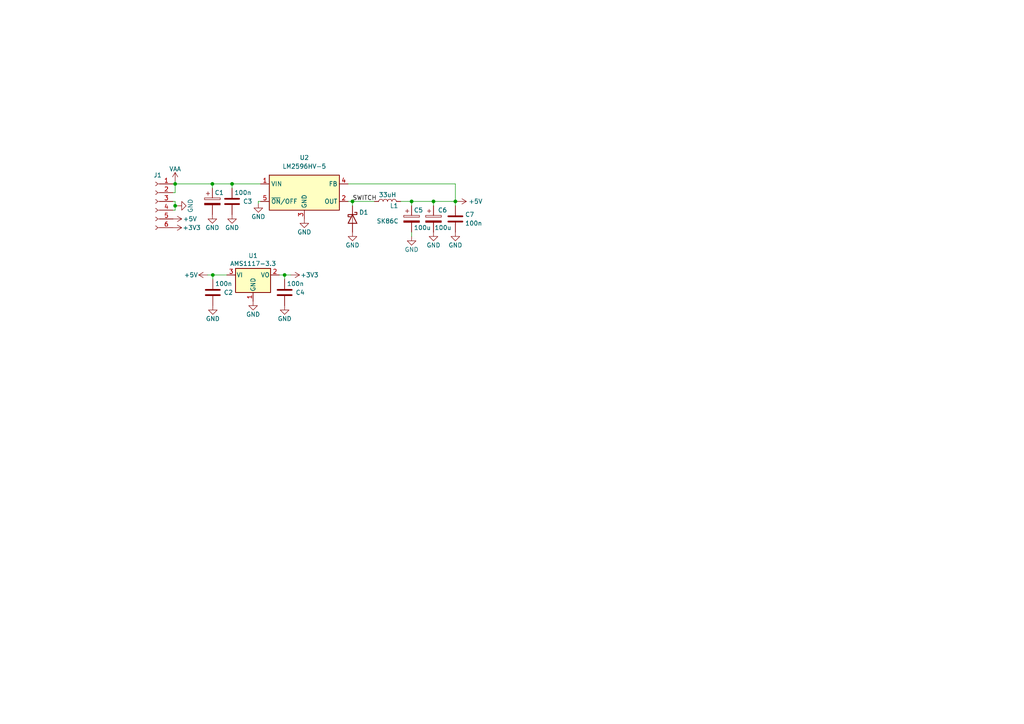
<source format=kicad_sch>
(kicad_sch (version 20211123) (generator eeschema)
  (paper "A4")
  (lib_symbols
    (symbol "Connector:Conn_01x06_Female" (pin_names (offset 1.016) hide)
      (property "Reference" "J" (at 0 7.62 0))
      (property "Value" "Conn_01x06_Female" (at 0 -10.16 0))
      (symbol "Conn_01x06_Female_1_1"
        (arc (start 0 -7.112) (mid -0.508 -7.62) (end 0 -8.128) (stroke (width 0.1524)))
        (arc (start 0 -4.572) (mid -0.508 -5.08) (end 0 -5.588) (stroke (width 0.1524)))
        (arc (start 0 -2.032) (mid -0.508 -2.54) (end 0 -3.048) (stroke (width 0.1524)))
        (polyline (pts (xy -1.27 -7.62) (xy -0.508 -7.62)) (stroke (width 0.1524)))
        (polyline (pts (xy -1.27 -5.08) (xy -0.508 -5.08)) (stroke (width 0.1524)))
        (polyline (pts (xy -1.27 -2.54) (xy -0.508 -2.54)) (stroke (width 0.1524)))
        (polyline (pts (xy -1.27 0) (xy -0.508 0)) (stroke (width 0.1524)))
        (polyline (pts (xy -1.27 2.54) (xy -0.508 2.54)) (stroke (width 0.1524)))
        (polyline (pts (xy -1.27 5.08) (xy -0.508 5.08)) (stroke (width 0.1524)))
        (arc (start 0 0.508) (mid -0.508 0) (end 0 -0.508) (stroke (width 0.1524)))
        (arc (start 0 3.048) (mid -0.508 2.54) (end 0 2.032) (stroke (width 0.1524)))
        (arc (start 0 5.588) (mid -0.508 5.08) (end 0 4.572) (stroke (width 0.1524)))
        (pin passive line (at -5.08 5.08 0) (length 3.81) (name "Pin_1") (number "1"))
        (pin passive line (at -5.08 2.54 0) (length 3.81) (name "Pin_2") (number "2"))
        (pin passive line (at -5.08 0 0) (length 3.81) (name "Pin_3") (number "3"))
        (pin passive line (at -5.08 -2.54 0) (length 3.81) (name "Pin_4") (number "4"))
        (pin passive line (at -5.08 -5.08 0) (length 3.81) (name "Pin_5") (number "5"))
        (pin passive line (at -5.08 -7.62 0) (length 3.81) (name "Pin_6") (number "6"))
      )
    )
    (symbol "Device:C" (pin_numbers hide) (pin_names (offset 0.254))
      (property "Reference" "C" (at 0.635 2.54 0))
      (property "Value" "C" (at 0.635 -2.54 0))
      (symbol "C_0_1"
        (polyline (pts (xy -2.032 -0.762) (xy 2.032 -0.762)) (stroke (width 0.508)))
        (polyline (pts (xy -2.032 0.762) (xy 2.032 0.762)) (stroke (width 0.508)))
      )
      (symbol "C_1_1"
        (pin passive line (at 0 3.81 270) (length 2.794) (name "~") (number "1"))
        (pin passive line (at 0 -3.81 90) (length 2.794) (name "~") (number "2"))
      )
    )
    (symbol "Device:C_Polarized" (pin_numbers hide) (pin_names (offset 0.254))
      (property "Reference" "C" (at 0.635 2.54 0))
      (property "Value" "C_Polarized" (at 0.635 -2.54 0))
      (symbol "C_Polarized_0_1"
        (rectangle (start -2.286 0.508) (end 2.286 1.016))
        (polyline (pts (xy -1.778 2.286) (xy -0.762 2.286)))
        (polyline (pts (xy -1.27 2.794) (xy -1.27 1.778)))
        (rectangle (start 2.286 -0.508) (end -2.286 -1.016) (fill (type outline)))
      )
      (symbol "C_Polarized_1_1"
        (pin passive line (at 0 3.81 270) (length 2.794) (name "~") (number "1"))
        (pin passive line (at 0 -3.81 90) (length 2.794) (name "~") (number "2"))
      )
    )
    (symbol "Device:L" (pin_numbers hide) (pin_names (offset 1.016) hide)
      (property "Reference" "L" (at -1.27 0 90))
      (property "Value" "L" (at 1.905 0 90))
      (symbol "L_0_1"
        (arc (start 0 -2.54) (mid 0.635 -1.905) (end 0 -1.27))
        (arc (start 0 -1.27) (mid 0.635 -0.635) (end 0 0))
        (arc (start 0 0) (mid 0.635 0.635) (end 0 1.27))
        (arc (start 0 1.27) (mid 0.635 1.905) (end 0 2.54))
      )
      (symbol "L_1_1"
        (pin passive line (at 0 3.81 270) (length 1.27) (name "1") (number "1"))
        (pin passive line (at 0 -3.81 90) (length 1.27) (name "2") (number "2"))
      )
    )
    (symbol "Diode:1N5822" (pin_numbers hide) (pin_names (offset 1.016) hide)
      (property "Reference" "D" (at 0 2.54 0))
      (property "Value" "1N5822" (at 0 -2.54 0))
      (symbol "1N5822_0_1"
        (polyline (pts (xy 1.27 0) (xy -1.27 0)))
        (polyline (pts (xy 1.27 1.27) (xy 1.27 -1.27) (xy -1.27 0) (xy 1.27 1.27)) (stroke (width 0.254)))
        (polyline (pts (xy -1.905 0.635) (xy -1.905 1.27) (xy -1.27 1.27) (xy -1.27 -1.27) (xy -0.635 -1.27) (xy -0.635 -0.635)) (stroke (width 0.254)))
      )
      (symbol "1N5822_1_1"
        (pin passive line (at -3.81 0 0) (length 2.54) (name "K") (number "1"))
        (pin passive line (at 3.81 0 180) (length 2.54) (name "A") (number "2"))
      )
    )
    (symbol "Regulator_Linear:AMS1117-3.3" (pin_names (offset 0.254))
      (property "Reference" "U" (at -3.81 3.175 0))
      (property "Value" "AMS1117-3.3" (at 0 3.175 0))
      (symbol "AMS1117-3.3_0_1"
        (rectangle (start -5.08 -5.08) (end 5.08 1.905) (stroke (width 0.254)) (fill (type background)))
      )
      (symbol "AMS1117-3.3_1_1"
        (pin power_in line (at 0 -7.62 90) (length 2.54) (name "GND") (number "1"))
        (pin power_out line (at 7.62 0 180) (length 2.54) (name "VO") (number "2"))
        (pin power_in line (at -7.62 0 0) (length 2.54) (name "VI") (number "3"))
      )
    )
    (symbol "Regulator_Switching:LM2596S-5"
      (property "Reference" "U" (at -10.16 6.35 0))
      (property "Value" "LM2596S-5" (at 0 6.35 0))
      (symbol "LM2596S-5_0_1"
        (rectangle (start -10.16 5.08) (end 10.16 -5.08) (stroke (width 0.254)) (fill (type background)))
      )
      (symbol "LM2596S-5_1_1"
        (pin power_in line (at -12.7 2.54 0) (length 2.54) (name "VIN") (number "1"))
        (pin output line (at 12.7 -2.54 180) (length 2.54) (name "OUT") (number "2"))
        (pin power_in line (at 0 -7.62 90) (length 2.54) (name "GND") (number "3"))
        (pin input line (at 12.7 2.54 180) (length 2.54) (name "FB") (number "4"))
        (pin input line (at -12.7 -2.54 0) (length 2.54) (name "~{ON}/OFF") (number "5"))
      )
    )
    (symbol "power:+3V3" (power) (pin_names (offset 0))
      (property "Value" "+3V3" (at 0 3.556 0))
      (symbol "+3V3_0_1"
        (polyline (pts (xy -0.762 1.27) (xy 0 2.54)))
        (polyline (pts (xy 0 0) (xy 0 2.54)))
        (polyline (pts (xy 0 2.54) (xy 0.762 1.27)))
      )
      (symbol "+3V3_1_1"
        (pin power_in line (at 0 0 90) (length 0) hide (name "+3V3") (number "1"))
      )
    )
    (symbol "power:+5V" (power) (pin_names (offset 0))
      (property "Value" "+5V" (at 0 3.556 0))
      (symbol "+5V_0_1"
        (polyline (pts (xy -0.762 1.27) (xy 0 2.54)))
        (polyline (pts (xy 0 0) (xy 0 2.54)))
        (polyline (pts (xy 0 2.54) (xy 0.762 1.27)))
      )
      (symbol "+5V_1_1"
        (pin power_in line (at 0 0 90) (length 0) hide (name "+5V") (number "1"))
      )
    )
    (symbol "power:GND" (power) (pin_names (offset 0))
      (property "Value" "GND" (at 0 -3.81 0))
      (symbol "GND_0_1"
        (polyline (pts (xy 0 0) (xy 0 -1.27) (xy 1.27 -1.27) (xy 0 -2.54) (xy -1.27 -1.27) (xy 0 -1.27)))
      )
      (symbol "GND_1_1"
        (pin power_in line (at 0 0 270) (length 0) hide (name "GND") (number "1"))
      )
    )
    (symbol "power:VAA" (power) (pin_names (offset 0))
      (property "Value" "VAA" (at 0 3.81 0))
      (symbol "VAA_0_1"
        (polyline (pts (xy -0.762 1.27) (xy 0 2.54)))
        (polyline (pts (xy 0 0) (xy 0 2.54)))
        (polyline (pts (xy 0 2.54) (xy 0.762 1.27)))
      )
      (symbol "VAA_1_1"
        (pin power_in line (at 0 0 90) (length 0) hide (name "VAA") (number "1"))
      )
    )
  )
  (junction (at 50.8 53.34))
  (junction (at 50.8 59.69))
  (junction (at 61.595 53.34))
  (junction (at 132.08 58.42))
  (junction (at 119.38 58.42))
  (junction (at 61.722 79.756))
  (junction (at 125.73 58.42))
  (junction (at 67.31 53.34))
  (junction (at 102.235 58.42))
  (junction (at 82.55 79.756))
  (wire (pts (xy 67.31 53.34) (xy 67.31 54.61)))
  (wire (pts (xy 50.165 58.42) (xy 50.8 58.42)))
  (wire (pts (xy 60.198 79.756) (xy 61.722 79.756)))
  (wire (pts (xy 132.08 58.42) (xy 132.08 59.69)))
  (wire (pts (xy 116.205 58.42) (xy 119.38 58.42)))
  (wire (pts (xy 100.965 58.42) (xy 102.235 58.42)))
  (wire (pts (xy 50.8 53.34) (xy 50.8 55.88)))
  (wire (pts (xy 100.965 53.34) (xy 132.08 53.34)))
  (wire (pts (xy 132.08 53.34) (xy 132.08 58.42)))
  (wire (pts (xy 61.595 53.34) (xy 67.31 53.34)))
  (wire (pts (xy 119.38 58.42) (xy 125.73 58.42)))
  (wire (pts (xy 125.73 58.42) (xy 132.08 58.42)))
  (wire (pts (xy 82.55 79.756) (xy 84.328 79.756)))
  (wire (pts (xy 74.93 59.055) (xy 74.93 58.42)))
  (wire (pts (xy 119.38 58.42) (xy 119.38 59.69)))
  (wire (pts (xy 50.165 55.88) (xy 50.8 55.88)))
  (wire (pts (xy 50.8 59.69) (xy 51.435 59.69)))
  (wire (pts (xy 102.235 58.42) (xy 108.585 58.42)))
  (wire (pts (xy 81.026 79.756) (xy 82.55 79.756)))
  (wire (pts (xy 74.93 58.42) (xy 75.565 58.42)))
  (wire (pts (xy 61.722 79.756) (xy 65.786 79.756)))
  (wire (pts (xy 50.8 53.34) (xy 61.595 53.34)))
  (wire (pts (xy 50.8 60.96) (xy 50.165 60.96)))
  (wire (pts (xy 61.595 53.34) (xy 61.595 54.61)))
  (wire (pts (xy 67.31 53.34) (xy 75.565 53.34)))
  (wire (pts (xy 50.8 59.69) (xy 50.8 60.96)))
  (wire (pts (xy 50.8 52.578) (xy 50.8 53.34)))
  (wire (pts (xy 61.722 79.756) (xy 61.722 81.026)))
  (wire (pts (xy 119.38 68.58) (xy 119.38 67.31)))
  (wire (pts (xy 50.8 58.42) (xy 50.8 59.69)))
  (wire (pts (xy 125.73 58.42) (xy 125.73 59.69)))
  (wire (pts (xy 82.55 79.756) (xy 82.55 81.026)))
  (wire (pts (xy 102.235 58.42) (xy 102.235 59.69)))
  (wire (pts (xy 132.08 58.42) (xy 132.715 58.42)))
  (wire (pts (xy 50.165 53.34) (xy 50.8 53.34)))
  (label "SWITCH" (at 102.235 58.42 0))
  (symbol (lib_id "power:+3V3") (at 84.328 79.756 270) (unit 1)
    (property "Reference" "#PWR011" (effects hide))
    (property "Value" "+3V3" (at 87.122 79.756 90) (effects (justify left)))
  )
  (symbol (lib_id "Device:C_Polarized") (at 125.73 63.5 0) (unit 1)
    (property "Reference" "C6" (at 127 60.96 0) (effects (justify left)))
    (property "Value" "100u" (at 125.984 66.04 0) (effects (justify left)))
    (property "Footprint" "Capacitor_SMD:CP_Elec_6.3x7.7" (effects hide))
    (property "Datasheet" "https://jlcpcb.com/partdetail/Knscha-RVE100UF35V67RV0072/C2836437" (effects hide))
  )
  (symbol (lib_id "power:+5V") (at 60.198 79.756 90) (unit 1)
    (property "Reference" "#PWR04" (effects hide))
    (property "Value" "+5V" (at 53.34 79.756 90) (effects (justify right)))
  )
  (symbol (lib_id "Device:C_Polarized") (at 61.595 58.42 0) (unit 1)
    (property "Reference" "C1" (at 62.23 55.88 0) (effects (justify left)))
    (property "Value" "C_Polarized" (effects hide))
    (property "Footprint" "Capacitor_SMD:CP_Elec_6.3x7.7" (effects hide))
    (property "Datasheet" "https://jlcpcb.com/partdetail/Knscha-RVE100UF35V67RV0072/C2836437" (effects hide))
  )
  (symbol (lib_id "power:GND") (at 61.722 88.646 0) (unit 1)
    (property "Reference" "#PWR06" (effects hide))
    (property "Value" "GND" (at 61.722 92.456 0))
  )
  (symbol (lib_id "power:GND") (at 88.265 63.5 0) (unit 1)
    (property "Reference" "#PWR012" (effects hide))
    (property "Value" "GND" (at 88.265 67.31 0))
  )
  (symbol (lib_id "Device:C") (at 61.722 84.836 0) (unit 1)
    (property "Reference" "C2" (at 64.897 84.836 0) (effects (justify left)))
    (property "Value" "100n" (at 62.357 82.296 0) (effects (justify left)))
    (property "Footprint" "Capacitor_SMD:C_0603_1608Metric" (effects hide))
  )
  (symbol (lib_id "power:GND") (at 61.595 62.23 0) (unit 1)
    (property "Reference" "#PWR05" (effects hide))
    (property "Value" "GND" (at 61.595 66.04 0))
  )
  (symbol (lib_id "Diode:1N5822") (at 102.235 63.5 270) (unit 1)
    (property "Reference" "D1" (at 104.14 61.595 90) (effects (justify left)))
    (property "Value" "SK86C" (at 109.22 64.135 90) (effects (justify left)))
    (property "Footprint" "Diode_SMD:D_SMC" (effects hide))
    (property "Datasheet" "https://jlcpcb.com/partdetail/mdd_microdiode_electronics-SK86C/C64338" (effects hide))
  )
  (symbol (lib_id "power:+5V") (at 50.165 63.5 270) (mirror x) (unit 1)
    (property "Reference" "#PWR01" (effects hide))
    (property "Value" "+5V" (at 57.15 63.5 90) (effects (justify right)))
  )
  (symbol (lib_id "power:GND") (at 119.38 68.58 0) (unit 1)
    (property "Reference" "#PWR014" (effects hide))
    (property "Value" "GND" (at 119.38 72.39 0))
  )
  (symbol (lib_id "power:GND") (at 132.08 67.31 0) (unit 1)
    (property "Reference" "#PWR016" (effects hide))
    (property "Value" "GND" (at 132.08 71.12 0))
  )
  (symbol (lib_id "Device:C") (at 67.31 58.42 0) (unit 1)
    (property "Reference" "C3" (at 70.485 58.42 0) (effects (justify left)))
    (property "Value" "100n" (at 67.945 55.88 0) (effects (justify left)))
    (property "Footprint" "Capacitor_SMD:C_0603_1608Metric" (effects hide))
  )
  (symbol (lib_id "power:GND") (at 74.93 59.055 0) (unit 1)
    (property "Reference" "#PWR09" (effects hide))
    (property "Value" "GND" (at 74.93 62.865 0))
  )
  (symbol (lib_id "Device:C") (at 132.08 63.5 0) (unit 1)
    (property "Reference" "C7" (at 134.874 62.23 0) (effects (justify left)))
    (property "Value" "100n" (at 134.874 64.77 0) (effects (justify left)))
    (property "Footprint" "Capacitor_SMD:C_0603_1608Metric" (effects hide))
  )
  (symbol (lib_id "power:GND") (at 102.235 67.31 0) (unit 1)
    (property "Reference" "#PWR013" (effects hide))
    (property "Value" "GND" (at 102.235 71.12 0))
  )
  (symbol (lib_id "Regulator_Linear:AMS1117-3.3") (at 73.406 79.756 0) (unit 1)
    (property "Reference" "U1" (at 73.406 74.168 0))
    (property "Value" "AMS1117-3.3" (at 73.406 76.454 0))
    (property "Footprint" "Package_TO_SOT_SMD:SOT-223-3_TabPin2" (effects hide))
    (property "Datasheet" "https://jlcpcb.com/partdetail/Shenzhen_FumanElec-AMS1117_33V/C173386" (effects hide))
    (property "LCSC" "C6186" (effects hide))
  )
  (symbol (lib_id "power:GND") (at 82.55 88.646 0) (unit 1)
    (property "Reference" "#PWR010" (effects hide))
    (property "Value" "GND" (at 82.55 92.456 0))
  )
  (symbol (lib_id "power:GND") (at 73.406 87.376 0) (unit 1)
    (property "Reference" "#PWR08" (effects hide))
    (property "Value" "GND" (at 73.406 91.186 0))
  )
  (symbol (lib_id "power:+3V3") (at 50.165 66.04 270) (mirror x) (unit 1)
    (property "Reference" "#PWR02" (effects hide))
    (property "Value" "+3V3" (at 52.959 66.04 90) (effects (justify left)))
  )
  (symbol (lib_id "Device:L") (at 112.395 58.42 90) (unit 1)
    (property "Reference" "L1" (at 114.3 59.69 90))
    (property "Value" "33uH" (at 112.395 56.515 90))
    (property "Footprint" "Inductor_SMD:L_12x12mm_H8mm" (effects hide))
    (property "Datasheet" "https://jlcpcb.com/partdetail/CoilankInternational-APS13A60M330/C328259" (effects hide))
    (property "LCSC" "C328259" (effects hide))
  )
  (symbol (lib_id "Regulator_Switching:LM2596S-5") (at 88.265 55.88 0) (unit 1)
    (property "Reference" "U2" (at 88.265 45.72 0))
    (property "Value" "LM2596HV-5" (at 88.265 48.26 0))
    (property "Footprint" "Package_TO_SOT_SMD:TO-263-5_TabPin3" (effects hide))
    (property "Datasheet" "https://jlcpcb.com/partdetail/324105-LM2596HVS_50/C347445" (effects hide))
    (property "LCSC" "C347421" (effects hide))
  )
  (symbol (lib_id "Connector:Conn_01x06_Female") (at 45.085 58.42 0) (mirror y) (unit 1)
    (property "Reference" "J1" (at 45.72 50.8 0))
    (property "Value" "Conn_01x06_Female" (effects hide))
    (property "Footprint" "Connector_Phoenix_MSTB:PhoenixContact_MSTBA_2,5_6-G-5,08_1x06_P5.08mm_Horizontal" (effects hide))
    (property "Datasheet" "https://jlcpcb.com/partdetail/519118-XY2500R_D_5_086P/C505828" (effects hide))
    (property "LCSC" "C505828" (effects hide))
  )
  (symbol (lib_id "power:VAA") (at 50.8 52.578 0) (unit 1)
    (property "Reference" "#PWR0188" (effects hide))
    (property "Value" "VAA" (at 50.8 49.022 0))
  )
  (symbol (lib_id "power:GND") (at 67.31 62.23 0) (unit 1)
    (property "Reference" "#PWR07" (effects hide))
    (property "Value" "GND" (at 67.31 66.04 0))
  )
  (symbol (lib_id "Device:C") (at 82.55 84.836 0) (unit 1)
    (property "Reference" "C4" (at 85.725 84.836 0) (effects (justify left)))
    (property "Value" "100n" (at 83.185 82.296 0) (effects (justify left)))
    (property "Footprint" "Capacitor_SMD:C_0603_1608Metric" (effects hide))
  )
  (symbol (lib_id "power:GND") (at 125.73 67.31 0) (unit 1)
    (property "Reference" "#PWR015" (effects hide))
    (property "Value" "GND" (at 125.73 71.12 0))
  )
  (symbol (lib_id "power:+5V") (at 132.715 58.42 270) (unit 1)
    (property "Reference" "#PWR017" (effects hide))
    (property "Value" "+5V" (at 135.89 58.4199 90) (effects (justify left)))
  )
  (symbol (lib_id "Device:C_Polarized") (at 119.38 63.5 0) (unit 1)
    (property "Reference" "C5" (at 120.015 60.96 0) (effects (justify left)))
    (property "Value" "100u" (at 120.015 66.04 0) (effects (justify left)))
    (property "Footprint" "Capacitor_SMD:CP_Elec_6.3x7.7" (effects hide))
    (property "Datasheet" "~https://jlcpcb.com/partdetail/Knscha-RVE100UF35V67RV0072/C2836437" (effects hide))
  )
  (symbol (lib_id "power:GND") (at 51.435 59.69 90) (mirror x) (unit 1)
    (property "Reference" "#PWR03" (effects hide))
    (property "Value" "GND" (at 55.245 59.69 0))
  )
)
</source>
